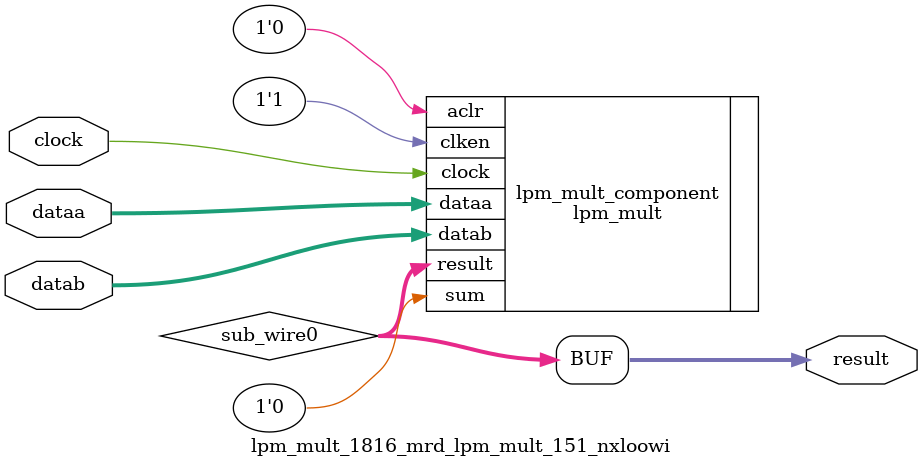
<source format=v>


`timescale 1 ps / 1 ps
// synopsys translate_on
module  lpm_mult_1816_mrd_lpm_mult_151_nxloowi  (
            clock,
            dataa,
            datab,
            result);

            input  clock;
            input [17:0] dataa;
            input [15:0] datab;
            output [33:0] result;

            wire [33:0] sub_wire0;
            wire [33:0] result = sub_wire0[33:0];    

            lpm_mult        lpm_mult_component (
                                        .clock (clock),
                                        .dataa (dataa),
                                        .datab (datab),
                                        .result (sub_wire0),
                                        .aclr (1'b0),
                                        .clken (1'b1),
                                        .sum (1'b0));
            defparam
                    lpm_mult_component.lpm_hint = "DEDICATED_MULTIPLIER_CIRCUITRY=YES,MAXIMIZE_SPEED=9",
                    lpm_mult_component.lpm_pipeline = 3,
                    lpm_mult_component.lpm_representation = "SIGNED",
                    lpm_mult_component.lpm_type = "LPM_MULT",
                    lpm_mult_component.lpm_widtha = 18,
                    lpm_mult_component.lpm_widthb = 16,
                    lpm_mult_component.lpm_widthp = 34;


endmodule



</source>
